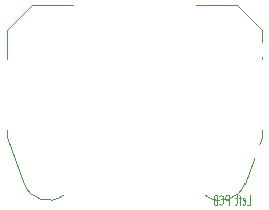
<source format=gbo>
%TF.GenerationSoftware,KiCad,Pcbnew,8.0.3*%
%TF.CreationDate,2025-02-27T13:02:28-06:00*%
%TF.ProjectId,HearingAid_Left,48656172-696e-4674-9169-645f4c656674,rev?*%
%TF.SameCoordinates,Original*%
%TF.FileFunction,Legend,Bot*%
%TF.FilePolarity,Positive*%
%FSLAX46Y46*%
G04 Gerber Fmt 4.6, Leading zero omitted, Abs format (unit mm)*
G04 Created by KiCad (PCBNEW 8.0.3) date 2025-02-27 13:02:28*
%MOMM*%
%LPD*%
G01*
G04 APERTURE LIST*
%ADD10C,0.080000*%
%ADD11C,0.120000*%
%ADD12O,2.004000X1.104000*%
%ADD13R,1.270000X5.080000*%
%ADD14C,17.800000*%
G04 APERTURE END LIST*
D10*
X111460226Y-44777935D02*
X111698321Y-44777935D01*
X111698321Y-44777935D02*
X111698321Y-43977935D01*
X111103083Y-44739840D02*
X111150702Y-44777935D01*
X111150702Y-44777935D02*
X111245940Y-44777935D01*
X111245940Y-44777935D02*
X111293559Y-44739840D01*
X111293559Y-44739840D02*
X111317368Y-44663649D01*
X111317368Y-44663649D02*
X111317368Y-44358887D01*
X111317368Y-44358887D02*
X111293559Y-44282697D01*
X111293559Y-44282697D02*
X111245940Y-44244601D01*
X111245940Y-44244601D02*
X111150702Y-44244601D01*
X111150702Y-44244601D02*
X111103083Y-44282697D01*
X111103083Y-44282697D02*
X111079273Y-44358887D01*
X111079273Y-44358887D02*
X111079273Y-44435078D01*
X111079273Y-44435078D02*
X111317368Y-44511268D01*
X110936416Y-44244601D02*
X110745940Y-44244601D01*
X110864988Y-44777935D02*
X110864988Y-44092220D01*
X110864988Y-44092220D02*
X110841178Y-44016030D01*
X110841178Y-44016030D02*
X110793559Y-43977935D01*
X110793559Y-43977935D02*
X110745940Y-43977935D01*
X110650702Y-44244601D02*
X110460226Y-44244601D01*
X110579274Y-43977935D02*
X110579274Y-44663649D01*
X110579274Y-44663649D02*
X110555464Y-44739840D01*
X110555464Y-44739840D02*
X110507845Y-44777935D01*
X110507845Y-44777935D02*
X110460226Y-44777935D01*
X109912608Y-44777935D02*
X109912608Y-43977935D01*
X109912608Y-43977935D02*
X109722132Y-43977935D01*
X109722132Y-43977935D02*
X109674513Y-44016030D01*
X109674513Y-44016030D02*
X109650703Y-44054125D01*
X109650703Y-44054125D02*
X109626894Y-44130316D01*
X109626894Y-44130316D02*
X109626894Y-44244601D01*
X109626894Y-44244601D02*
X109650703Y-44320792D01*
X109650703Y-44320792D02*
X109674513Y-44358887D01*
X109674513Y-44358887D02*
X109722132Y-44396982D01*
X109722132Y-44396982D02*
X109912608Y-44396982D01*
X109126894Y-44701744D02*
X109150703Y-44739840D01*
X109150703Y-44739840D02*
X109222132Y-44777935D01*
X109222132Y-44777935D02*
X109269751Y-44777935D01*
X109269751Y-44777935D02*
X109341179Y-44739840D01*
X109341179Y-44739840D02*
X109388798Y-44663649D01*
X109388798Y-44663649D02*
X109412608Y-44587459D01*
X109412608Y-44587459D02*
X109436417Y-44435078D01*
X109436417Y-44435078D02*
X109436417Y-44320792D01*
X109436417Y-44320792D02*
X109412608Y-44168411D01*
X109412608Y-44168411D02*
X109388798Y-44092220D01*
X109388798Y-44092220D02*
X109341179Y-44016030D01*
X109341179Y-44016030D02*
X109269751Y-43977935D01*
X109269751Y-43977935D02*
X109222132Y-43977935D01*
X109222132Y-43977935D02*
X109150703Y-44016030D01*
X109150703Y-44016030D02*
X109126894Y-44054125D01*
X108745941Y-44358887D02*
X108674513Y-44396982D01*
X108674513Y-44396982D02*
X108650703Y-44435078D01*
X108650703Y-44435078D02*
X108626894Y-44511268D01*
X108626894Y-44511268D02*
X108626894Y-44625554D01*
X108626894Y-44625554D02*
X108650703Y-44701744D01*
X108650703Y-44701744D02*
X108674513Y-44739840D01*
X108674513Y-44739840D02*
X108722132Y-44777935D01*
X108722132Y-44777935D02*
X108912608Y-44777935D01*
X108912608Y-44777935D02*
X108912608Y-43977935D01*
X108912608Y-43977935D02*
X108745941Y-43977935D01*
X108745941Y-43977935D02*
X108698322Y-44016030D01*
X108698322Y-44016030D02*
X108674513Y-44054125D01*
X108674513Y-44054125D02*
X108650703Y-44130316D01*
X108650703Y-44130316D02*
X108650703Y-44206506D01*
X108650703Y-44206506D02*
X108674513Y-44282697D01*
X108674513Y-44282697D02*
X108698322Y-44320792D01*
X108698322Y-44320792D02*
X108745941Y-44358887D01*
X108745941Y-44358887D02*
X108912608Y-44358887D01*
D11*
%TO.C,BT2*%
X91150000Y-29980000D02*
X93230000Y-27900000D01*
X91150000Y-32440000D02*
X91150000Y-29980000D01*
X91150000Y-39070000D02*
X91150000Y-38440000D01*
X92590000Y-43020000D02*
X91150000Y-39070000D01*
X96730000Y-27900000D02*
X93230000Y-27900000D01*
X110630000Y-27900000D02*
X107130000Y-27900000D01*
X111270000Y-43020000D02*
X112710000Y-39070000D01*
X112710000Y-29980000D02*
X110630000Y-27900000D01*
X112710000Y-32440000D02*
X112710000Y-29980000D01*
X112710000Y-39070000D02*
X112710000Y-38440000D01*
X95930000Y-43990000D02*
G75*
G02*
X92604757Y-43028169I-1310000J1700000D01*
G01*
X111270000Y-43020000D02*
G75*
G02*
X107933354Y-44006530I-2030000J730001D01*
G01*
%TD*%
%LPC*%
D12*
%TO.C,J1*%
X112570000Y-40300000D03*
X112570000Y-31660000D03*
%TD*%
D13*
%TO.C,BT2*%
X112915000Y-35440000D03*
X90945000Y-35440000D03*
D14*
X101930000Y-35440000D03*
%TD*%
%LPD*%
M02*

</source>
